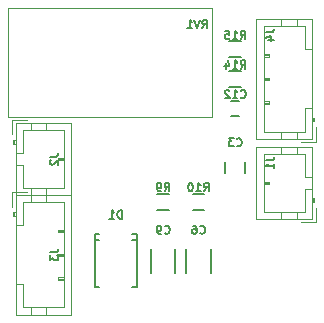
<source format=gbo>
G04 #@! TF.FileFunction,Legend,Bot*
%FSLAX46Y46*%
G04 Gerber Fmt 4.6, Leading zero omitted, Abs format (unit mm)*
G04 Created by KiCad (PCBNEW 4.0.4-1.fc24-product) date Mon Jun  4 16:00:14 2018*
%MOMM*%
%LPD*%
G01*
G04 APERTURE LIST*
%ADD10C,0.100000*%
%ADD11C,0.120000*%
%ADD12C,0.150000*%
G04 APERTURE END LIST*
D10*
D11*
X162100000Y-94800000D02*
X162100000Y-85600000D01*
X144900000Y-94800000D02*
X144900000Y-85600000D01*
X162100000Y-94800000D02*
X144900000Y-94800000D01*
X162100000Y-85600000D02*
X144900000Y-85600000D01*
X170600000Y-103450000D02*
X165900000Y-103450000D01*
X165900000Y-103450000D02*
X165900000Y-97350000D01*
X165900000Y-97350000D02*
X170600000Y-97350000D01*
X170600000Y-97350000D02*
X170600000Y-103450000D01*
X170600000Y-100900000D02*
X170000000Y-100900000D01*
X170000000Y-100900000D02*
X170000000Y-102850000D01*
X170000000Y-102850000D02*
X166500000Y-102850000D01*
X166500000Y-102850000D02*
X166500000Y-97950000D01*
X166500000Y-97950000D02*
X170000000Y-97950000D01*
X170000000Y-97950000D02*
X170000000Y-99900000D01*
X170000000Y-99900000D02*
X170600000Y-99900000D01*
X169300000Y-103450000D02*
X169300000Y-102850000D01*
X168000000Y-103450000D02*
X168000000Y-102850000D01*
X169300000Y-97350000D02*
X169300000Y-97950000D01*
X168000000Y-97350000D02*
X168000000Y-97950000D01*
X170600000Y-101700000D02*
X170800000Y-101700000D01*
X170800000Y-101700000D02*
X170800000Y-102000000D01*
X170800000Y-102000000D02*
X170600000Y-102000000D01*
X170700000Y-101700000D02*
X170700000Y-102000000D01*
X166500000Y-100500000D02*
X167000000Y-100500000D01*
X167000000Y-100500000D02*
X167000000Y-100300000D01*
X167000000Y-100300000D02*
X166500000Y-100300000D01*
X166500000Y-100400000D02*
X167000000Y-100400000D01*
X170900000Y-102500000D02*
X170900000Y-103750000D01*
X170900000Y-103750000D02*
X169650000Y-103750000D01*
X170600000Y-96650000D02*
X165900000Y-96650000D01*
X165900000Y-96650000D02*
X165900000Y-86550000D01*
X165900000Y-86550000D02*
X170600000Y-86550000D01*
X170600000Y-86550000D02*
X170600000Y-96650000D01*
X170600000Y-94100000D02*
X170000000Y-94100000D01*
X170000000Y-94100000D02*
X170000000Y-96050000D01*
X170000000Y-96050000D02*
X166500000Y-96050000D01*
X166500000Y-96050000D02*
X166500000Y-87150000D01*
X166500000Y-87150000D02*
X170000000Y-87150000D01*
X170000000Y-87150000D02*
X170000000Y-89100000D01*
X170000000Y-89100000D02*
X170600000Y-89100000D01*
X169300000Y-96650000D02*
X169300000Y-96050000D01*
X168000000Y-96650000D02*
X168000000Y-96050000D01*
X169300000Y-86550000D02*
X169300000Y-87150000D01*
X168000000Y-86550000D02*
X168000000Y-87150000D01*
X170600000Y-94900000D02*
X170800000Y-94900000D01*
X170800000Y-94900000D02*
X170800000Y-95200000D01*
X170800000Y-95200000D02*
X170600000Y-95200000D01*
X170700000Y-94900000D02*
X170700000Y-95200000D01*
X166500000Y-93700000D02*
X167000000Y-93700000D01*
X167000000Y-93700000D02*
X167000000Y-93500000D01*
X167000000Y-93500000D02*
X166500000Y-93500000D01*
X166500000Y-93600000D02*
X167000000Y-93600000D01*
X166500000Y-91700000D02*
X167000000Y-91700000D01*
X167000000Y-91700000D02*
X167000000Y-91500000D01*
X167000000Y-91500000D02*
X166500000Y-91500000D01*
X166500000Y-91600000D02*
X167000000Y-91600000D01*
X166500000Y-89700000D02*
X167000000Y-89700000D01*
X167000000Y-89700000D02*
X167000000Y-89500000D01*
X167000000Y-89500000D02*
X166500000Y-89500000D01*
X166500000Y-89600000D02*
X167000000Y-89600000D01*
X170900000Y-95700000D02*
X170900000Y-96950000D01*
X170900000Y-96950000D02*
X169650000Y-96950000D01*
D12*
X155750060Y-105200860D02*
X155399540Y-105200860D01*
X152249940Y-105200860D02*
X152600460Y-105200860D01*
X155750060Y-109250440D02*
X155399540Y-109250440D01*
X155750060Y-104749560D02*
X155399540Y-104749560D01*
X152249940Y-104749560D02*
X152600460Y-104749560D01*
X152249940Y-109250440D02*
X152600460Y-109250440D01*
X155750060Y-104749560D02*
X155750060Y-109250440D01*
X152249940Y-104749560D02*
X152249940Y-109250440D01*
D11*
X145500000Y-101450000D02*
X150200000Y-101450000D01*
X150200000Y-101450000D02*
X150200000Y-111550000D01*
X150200000Y-111550000D02*
X145500000Y-111550000D01*
X145500000Y-111550000D02*
X145500000Y-101450000D01*
X145500000Y-104000000D02*
X146100000Y-104000000D01*
X146100000Y-104000000D02*
X146100000Y-102050000D01*
X146100000Y-102050000D02*
X149600000Y-102050000D01*
X149600000Y-102050000D02*
X149600000Y-110950000D01*
X149600000Y-110950000D02*
X146100000Y-110950000D01*
X146100000Y-110950000D02*
X146100000Y-109000000D01*
X146100000Y-109000000D02*
X145500000Y-109000000D01*
X146800000Y-101450000D02*
X146800000Y-102050000D01*
X148100000Y-101450000D02*
X148100000Y-102050000D01*
X146800000Y-111550000D02*
X146800000Y-110950000D01*
X148100000Y-111550000D02*
X148100000Y-110950000D01*
X145500000Y-103200000D02*
X145300000Y-103200000D01*
X145300000Y-103200000D02*
X145300000Y-102900000D01*
X145300000Y-102900000D02*
X145500000Y-102900000D01*
X145400000Y-103200000D02*
X145400000Y-102900000D01*
X149600000Y-104400000D02*
X149100000Y-104400000D01*
X149100000Y-104400000D02*
X149100000Y-104600000D01*
X149100000Y-104600000D02*
X149600000Y-104600000D01*
X149600000Y-104500000D02*
X149100000Y-104500000D01*
X149600000Y-106400000D02*
X149100000Y-106400000D01*
X149100000Y-106400000D02*
X149100000Y-106600000D01*
X149100000Y-106600000D02*
X149600000Y-106600000D01*
X149600000Y-106500000D02*
X149100000Y-106500000D01*
X149600000Y-108400000D02*
X149100000Y-108400000D01*
X149100000Y-108400000D02*
X149100000Y-108600000D01*
X149100000Y-108600000D02*
X149600000Y-108600000D01*
X149600000Y-108500000D02*
X149100000Y-108500000D01*
X145200000Y-102400000D02*
X145200000Y-101150000D01*
X145200000Y-101150000D02*
X146450000Y-101150000D01*
D12*
X163250000Y-99600000D02*
X163250000Y-98600000D01*
X164950000Y-98600000D02*
X164950000Y-99600000D01*
X164450000Y-93500000D02*
X163750000Y-93500000D01*
X163750000Y-94700000D02*
X164450000Y-94700000D01*
X158500000Y-101325000D02*
X157500000Y-101325000D01*
X157500000Y-102675000D02*
X158500000Y-102675000D01*
X161500000Y-101325000D02*
X160500000Y-101325000D01*
X160500000Y-102675000D02*
X161500000Y-102675000D01*
X163600000Y-92275000D02*
X164600000Y-92275000D01*
X164600000Y-90925000D02*
X163600000Y-90925000D01*
X164600000Y-88425000D02*
X163600000Y-88425000D01*
X163600000Y-89775000D02*
X164600000Y-89775000D01*
X159975000Y-108000000D02*
X159975000Y-106000000D01*
X162025000Y-106000000D02*
X162025000Y-108000000D01*
X156975000Y-108000000D02*
X156975000Y-106000000D01*
X159025000Y-106000000D02*
X159025000Y-108000000D01*
D11*
X145500000Y-95350000D02*
X150200000Y-95350000D01*
X150200000Y-95350000D02*
X150200000Y-101450000D01*
X150200000Y-101450000D02*
X145500000Y-101450000D01*
X145500000Y-101450000D02*
X145500000Y-95350000D01*
X145500000Y-97900000D02*
X146100000Y-97900000D01*
X146100000Y-97900000D02*
X146100000Y-95950000D01*
X146100000Y-95950000D02*
X149600000Y-95950000D01*
X149600000Y-95950000D02*
X149600000Y-100850000D01*
X149600000Y-100850000D02*
X146100000Y-100850000D01*
X146100000Y-100850000D02*
X146100000Y-98900000D01*
X146100000Y-98900000D02*
X145500000Y-98900000D01*
X146800000Y-95350000D02*
X146800000Y-95950000D01*
X148100000Y-95350000D02*
X148100000Y-95950000D01*
X146800000Y-101450000D02*
X146800000Y-100850000D01*
X148100000Y-101450000D02*
X148100000Y-100850000D01*
X145500000Y-97100000D02*
X145300000Y-97100000D01*
X145300000Y-97100000D02*
X145300000Y-96800000D01*
X145300000Y-96800000D02*
X145500000Y-96800000D01*
X145400000Y-97100000D02*
X145400000Y-96800000D01*
X149600000Y-98300000D02*
X149100000Y-98300000D01*
X149100000Y-98300000D02*
X149100000Y-98500000D01*
X149100000Y-98500000D02*
X149600000Y-98500000D01*
X149600000Y-98400000D02*
X149100000Y-98400000D01*
X145200000Y-96300000D02*
X145200000Y-95050000D01*
X145200000Y-95050000D02*
X146450000Y-95050000D01*
D12*
X161316666Y-87316667D02*
X161550000Y-86983333D01*
X161716666Y-87316667D02*
X161716666Y-86616667D01*
X161450000Y-86616667D01*
X161383333Y-86650000D01*
X161350000Y-86683333D01*
X161316666Y-86750000D01*
X161316666Y-86850000D01*
X161350000Y-86916667D01*
X161383333Y-86950000D01*
X161450000Y-86983333D01*
X161716666Y-86983333D01*
X161116666Y-86616667D02*
X160883333Y-87316667D01*
X160650000Y-86616667D01*
X160050000Y-87316667D02*
X160450000Y-87316667D01*
X160250000Y-87316667D02*
X160250000Y-86616667D01*
X160316666Y-86716667D01*
X160383333Y-86783333D01*
X160450000Y-86816667D01*
X166716667Y-98466667D02*
X167216667Y-98466667D01*
X167316667Y-98433333D01*
X167383333Y-98366667D01*
X167416667Y-98266667D01*
X167416667Y-98200000D01*
X167416667Y-99166666D02*
X167416667Y-98766666D01*
X167416667Y-98966666D02*
X166716667Y-98966666D01*
X166816667Y-98900000D01*
X166883333Y-98833333D01*
X166916667Y-98766666D01*
X166666667Y-87666667D02*
X167166667Y-87666667D01*
X167266667Y-87633333D01*
X167333333Y-87566667D01*
X167366667Y-87466667D01*
X167366667Y-87400000D01*
X166900000Y-88300000D02*
X167366667Y-88300000D01*
X166633333Y-88133333D02*
X167133333Y-87966666D01*
X167133333Y-88400000D01*
X154516666Y-103416667D02*
X154516666Y-102716667D01*
X154350000Y-102716667D01*
X154250000Y-102750000D01*
X154183333Y-102816667D01*
X154150000Y-102883333D01*
X154116666Y-103016667D01*
X154116666Y-103116667D01*
X154150000Y-103250000D01*
X154183333Y-103316667D01*
X154250000Y-103383333D01*
X154350000Y-103416667D01*
X154516666Y-103416667D01*
X153450000Y-103416667D02*
X153850000Y-103416667D01*
X153650000Y-103416667D02*
X153650000Y-102716667D01*
X153716666Y-102816667D01*
X153783333Y-102883333D01*
X153850000Y-102916667D01*
X148416667Y-106266667D02*
X148916667Y-106266667D01*
X149016667Y-106233333D01*
X149083333Y-106166667D01*
X149116667Y-106066667D01*
X149116667Y-106000000D01*
X148416667Y-106533333D02*
X148416667Y-106966666D01*
X148683333Y-106733333D01*
X148683333Y-106833333D01*
X148716667Y-106900000D01*
X148750000Y-106933333D01*
X148816667Y-106966666D01*
X148983333Y-106966666D01*
X149050000Y-106933333D01*
X149083333Y-106900000D01*
X149116667Y-106833333D01*
X149116667Y-106633333D01*
X149083333Y-106566666D01*
X149050000Y-106533333D01*
X164216666Y-97250000D02*
X164250000Y-97283333D01*
X164350000Y-97316667D01*
X164416666Y-97316667D01*
X164516666Y-97283333D01*
X164583333Y-97216667D01*
X164616666Y-97150000D01*
X164650000Y-97016667D01*
X164650000Y-96916667D01*
X164616666Y-96783333D01*
X164583333Y-96716667D01*
X164516666Y-96650000D01*
X164416666Y-96616667D01*
X164350000Y-96616667D01*
X164250000Y-96650000D01*
X164216666Y-96683333D01*
X163983333Y-96616667D02*
X163550000Y-96616667D01*
X163783333Y-96883333D01*
X163683333Y-96883333D01*
X163616666Y-96916667D01*
X163583333Y-96950000D01*
X163550000Y-97016667D01*
X163550000Y-97183333D01*
X163583333Y-97250000D01*
X163616666Y-97283333D01*
X163683333Y-97316667D01*
X163883333Y-97316667D01*
X163950000Y-97283333D01*
X163983333Y-97250000D01*
X164550000Y-93150000D02*
X164583334Y-93183333D01*
X164683334Y-93216667D01*
X164750000Y-93216667D01*
X164850000Y-93183333D01*
X164916667Y-93116667D01*
X164950000Y-93050000D01*
X164983334Y-92916667D01*
X164983334Y-92816667D01*
X164950000Y-92683333D01*
X164916667Y-92616667D01*
X164850000Y-92550000D01*
X164750000Y-92516667D01*
X164683334Y-92516667D01*
X164583334Y-92550000D01*
X164550000Y-92583333D01*
X163883334Y-93216667D02*
X164283334Y-93216667D01*
X164083334Y-93216667D02*
X164083334Y-92516667D01*
X164150000Y-92616667D01*
X164216667Y-92683333D01*
X164283334Y-92716667D01*
X163616667Y-92583333D02*
X163583333Y-92550000D01*
X163516667Y-92516667D01*
X163350000Y-92516667D01*
X163283333Y-92550000D01*
X163250000Y-92583333D01*
X163216667Y-92650000D01*
X163216667Y-92716667D01*
X163250000Y-92816667D01*
X163650000Y-93216667D01*
X163216667Y-93216667D01*
X158116666Y-101116667D02*
X158350000Y-100783333D01*
X158516666Y-101116667D02*
X158516666Y-100416667D01*
X158250000Y-100416667D01*
X158183333Y-100450000D01*
X158150000Y-100483333D01*
X158116666Y-100550000D01*
X158116666Y-100650000D01*
X158150000Y-100716667D01*
X158183333Y-100750000D01*
X158250000Y-100783333D01*
X158516666Y-100783333D01*
X157783333Y-101116667D02*
X157650000Y-101116667D01*
X157583333Y-101083333D01*
X157550000Y-101050000D01*
X157483333Y-100950000D01*
X157450000Y-100816667D01*
X157450000Y-100550000D01*
X157483333Y-100483333D01*
X157516666Y-100450000D01*
X157583333Y-100416667D01*
X157716666Y-100416667D01*
X157783333Y-100450000D01*
X157816666Y-100483333D01*
X157850000Y-100550000D01*
X157850000Y-100716667D01*
X157816666Y-100783333D01*
X157783333Y-100816667D01*
X157716666Y-100850000D01*
X157583333Y-100850000D01*
X157516666Y-100816667D01*
X157483333Y-100783333D01*
X157450000Y-100716667D01*
X161450000Y-101116667D02*
X161683334Y-100783333D01*
X161850000Y-101116667D02*
X161850000Y-100416667D01*
X161583334Y-100416667D01*
X161516667Y-100450000D01*
X161483334Y-100483333D01*
X161450000Y-100550000D01*
X161450000Y-100650000D01*
X161483334Y-100716667D01*
X161516667Y-100750000D01*
X161583334Y-100783333D01*
X161850000Y-100783333D01*
X160783334Y-101116667D02*
X161183334Y-101116667D01*
X160983334Y-101116667D02*
X160983334Y-100416667D01*
X161050000Y-100516667D01*
X161116667Y-100583333D01*
X161183334Y-100616667D01*
X160350000Y-100416667D02*
X160283333Y-100416667D01*
X160216667Y-100450000D01*
X160183333Y-100483333D01*
X160150000Y-100550000D01*
X160116667Y-100683333D01*
X160116667Y-100850000D01*
X160150000Y-100983333D01*
X160183333Y-101050000D01*
X160216667Y-101083333D01*
X160283333Y-101116667D01*
X160350000Y-101116667D01*
X160416667Y-101083333D01*
X160450000Y-101050000D01*
X160483333Y-100983333D01*
X160516667Y-100850000D01*
X160516667Y-100683333D01*
X160483333Y-100550000D01*
X160450000Y-100483333D01*
X160416667Y-100450000D01*
X160350000Y-100416667D01*
X164550000Y-90716667D02*
X164783334Y-90383333D01*
X164950000Y-90716667D02*
X164950000Y-90016667D01*
X164683334Y-90016667D01*
X164616667Y-90050000D01*
X164583334Y-90083333D01*
X164550000Y-90150000D01*
X164550000Y-90250000D01*
X164583334Y-90316667D01*
X164616667Y-90350000D01*
X164683334Y-90383333D01*
X164950000Y-90383333D01*
X163883334Y-90716667D02*
X164283334Y-90716667D01*
X164083334Y-90716667D02*
X164083334Y-90016667D01*
X164150000Y-90116667D01*
X164216667Y-90183333D01*
X164283334Y-90216667D01*
X163283333Y-90250000D02*
X163283333Y-90716667D01*
X163450000Y-89983333D02*
X163616667Y-90483333D01*
X163183333Y-90483333D01*
X164550000Y-88216667D02*
X164783334Y-87883333D01*
X164950000Y-88216667D02*
X164950000Y-87516667D01*
X164683334Y-87516667D01*
X164616667Y-87550000D01*
X164583334Y-87583333D01*
X164550000Y-87650000D01*
X164550000Y-87750000D01*
X164583334Y-87816667D01*
X164616667Y-87850000D01*
X164683334Y-87883333D01*
X164950000Y-87883333D01*
X163883334Y-88216667D02*
X164283334Y-88216667D01*
X164083334Y-88216667D02*
X164083334Y-87516667D01*
X164150000Y-87616667D01*
X164216667Y-87683333D01*
X164283334Y-87716667D01*
X163250000Y-87516667D02*
X163583333Y-87516667D01*
X163616667Y-87850000D01*
X163583333Y-87816667D01*
X163516667Y-87783333D01*
X163350000Y-87783333D01*
X163283333Y-87816667D01*
X163250000Y-87850000D01*
X163216667Y-87916667D01*
X163216667Y-88083333D01*
X163250000Y-88150000D01*
X163283333Y-88183333D01*
X163350000Y-88216667D01*
X163516667Y-88216667D01*
X163583333Y-88183333D01*
X163616667Y-88150000D01*
X161116666Y-104650000D02*
X161150000Y-104683333D01*
X161250000Y-104716667D01*
X161316666Y-104716667D01*
X161416666Y-104683333D01*
X161483333Y-104616667D01*
X161516666Y-104550000D01*
X161550000Y-104416667D01*
X161550000Y-104316667D01*
X161516666Y-104183333D01*
X161483333Y-104116667D01*
X161416666Y-104050000D01*
X161316666Y-104016667D01*
X161250000Y-104016667D01*
X161150000Y-104050000D01*
X161116666Y-104083333D01*
X160516666Y-104016667D02*
X160650000Y-104016667D01*
X160716666Y-104050000D01*
X160750000Y-104083333D01*
X160816666Y-104183333D01*
X160850000Y-104316667D01*
X160850000Y-104583333D01*
X160816666Y-104650000D01*
X160783333Y-104683333D01*
X160716666Y-104716667D01*
X160583333Y-104716667D01*
X160516666Y-104683333D01*
X160483333Y-104650000D01*
X160450000Y-104583333D01*
X160450000Y-104416667D01*
X160483333Y-104350000D01*
X160516666Y-104316667D01*
X160583333Y-104283333D01*
X160716666Y-104283333D01*
X160783333Y-104316667D01*
X160816666Y-104350000D01*
X160850000Y-104416667D01*
X158116666Y-104650000D02*
X158150000Y-104683333D01*
X158250000Y-104716667D01*
X158316666Y-104716667D01*
X158416666Y-104683333D01*
X158483333Y-104616667D01*
X158516666Y-104550000D01*
X158550000Y-104416667D01*
X158550000Y-104316667D01*
X158516666Y-104183333D01*
X158483333Y-104116667D01*
X158416666Y-104050000D01*
X158316666Y-104016667D01*
X158250000Y-104016667D01*
X158150000Y-104050000D01*
X158116666Y-104083333D01*
X157783333Y-104716667D02*
X157650000Y-104716667D01*
X157583333Y-104683333D01*
X157550000Y-104650000D01*
X157483333Y-104550000D01*
X157450000Y-104416667D01*
X157450000Y-104150000D01*
X157483333Y-104083333D01*
X157516666Y-104050000D01*
X157583333Y-104016667D01*
X157716666Y-104016667D01*
X157783333Y-104050000D01*
X157816666Y-104083333D01*
X157850000Y-104150000D01*
X157850000Y-104316667D01*
X157816666Y-104383333D01*
X157783333Y-104416667D01*
X157716666Y-104450000D01*
X157583333Y-104450000D01*
X157516666Y-104416667D01*
X157483333Y-104383333D01*
X157450000Y-104316667D01*
X148416667Y-98166667D02*
X148916667Y-98166667D01*
X149016667Y-98133333D01*
X149083333Y-98066667D01*
X149116667Y-97966667D01*
X149116667Y-97900000D01*
X148483333Y-98466666D02*
X148450000Y-98500000D01*
X148416667Y-98566666D01*
X148416667Y-98733333D01*
X148450000Y-98800000D01*
X148483333Y-98833333D01*
X148550000Y-98866666D01*
X148616667Y-98866666D01*
X148716667Y-98833333D01*
X149116667Y-98433333D01*
X149116667Y-98866666D01*
M02*

</source>
